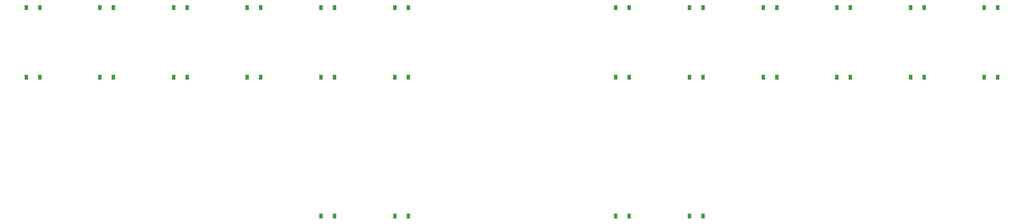
<source format=gbr>
%TF.GenerationSoftware,KiCad,Pcbnew,9.0.0*%
%TF.CreationDate,2025-04-17T17:13:29+02:00*%
%TF.ProjectId,pcb,7063622e-6b69-4636-9164-5f7063625858,v1.0.0*%
%TF.SameCoordinates,Original*%
%TF.FileFunction,Paste,Top*%
%TF.FilePolarity,Positive*%
%FSLAX46Y46*%
G04 Gerber Fmt 4.6, Leading zero omitted, Abs format (unit mm)*
G04 Created by KiCad (PCBNEW 9.0.0) date 2025-04-17 17:13:29*
%MOMM*%
%LPD*%
G01*
G04 APERTURE LIST*
%ADD10R,0.900000X1.200000*%
G04 APERTURE END LIST*
D10*
%TO.C,D1*%
X98350000Y-105000000D03*
X101650000Y-105000000D03*
%TD*%
%TO.C,D2*%
X98350000Y-88000000D03*
X101650000Y-88000000D03*
%TD*%
%TO.C,D3*%
X116350000Y-105000000D03*
X119650000Y-105000000D03*
%TD*%
%TO.C,D4*%
X116350000Y-88000000D03*
X119650000Y-88000000D03*
%TD*%
%TO.C,D5*%
X134350000Y-105000000D03*
X137650000Y-105000000D03*
%TD*%
%TO.C,D6*%
X134350000Y-88000000D03*
X137650000Y-88000000D03*
%TD*%
%TO.C,D7*%
X152350000Y-105000000D03*
X155650000Y-105000000D03*
%TD*%
%TO.C,D8*%
X152350000Y-88000000D03*
X155650000Y-88000000D03*
%TD*%
%TO.C,D9*%
X170350000Y-105000000D03*
X173650000Y-105000000D03*
%TD*%
%TO.C,D10*%
X170350000Y-88000000D03*
X173650000Y-88000000D03*
%TD*%
%TO.C,D11*%
X188350000Y-105000000D03*
X191650000Y-105000000D03*
%TD*%
%TO.C,D12*%
X188350000Y-88000000D03*
X191650000Y-88000000D03*
%TD*%
%TO.C,D13*%
X242350000Y-105000000D03*
X245650000Y-105000000D03*
%TD*%
%TO.C,D14*%
X242350000Y-88000000D03*
X245650000Y-88000000D03*
%TD*%
%TO.C,D15*%
X260350000Y-105000000D03*
X263650000Y-105000000D03*
%TD*%
%TO.C,D16*%
X260350000Y-88000000D03*
X263650000Y-88000000D03*
%TD*%
%TO.C,D17*%
X278350000Y-105000000D03*
X281650000Y-105000000D03*
%TD*%
%TO.C,D18*%
X278350000Y-88000000D03*
X281650000Y-88000000D03*
%TD*%
%TO.C,D19*%
X296350000Y-105000000D03*
X299650000Y-105000000D03*
%TD*%
%TO.C,D20*%
X296350000Y-88000000D03*
X299650000Y-88000000D03*
%TD*%
%TO.C,D21*%
X314350000Y-105000000D03*
X317650000Y-105000000D03*
%TD*%
%TO.C,D22*%
X314350000Y-88000000D03*
X317650000Y-88000000D03*
%TD*%
%TO.C,D23*%
X332350000Y-105000000D03*
X335650000Y-105000000D03*
%TD*%
%TO.C,D24*%
X332350000Y-88000000D03*
X335650000Y-88000000D03*
%TD*%
%TO.C,D25*%
X170350000Y-139000000D03*
X173650000Y-139000000D03*
%TD*%
%TO.C,D26*%
X188350000Y-139000000D03*
X191650000Y-139000000D03*
%TD*%
%TO.C,D27*%
X242350000Y-139000000D03*
X245650000Y-139000000D03*
%TD*%
%TO.C,D28*%
X260350000Y-139000000D03*
X263650000Y-139000000D03*
%TD*%
M02*

</source>
